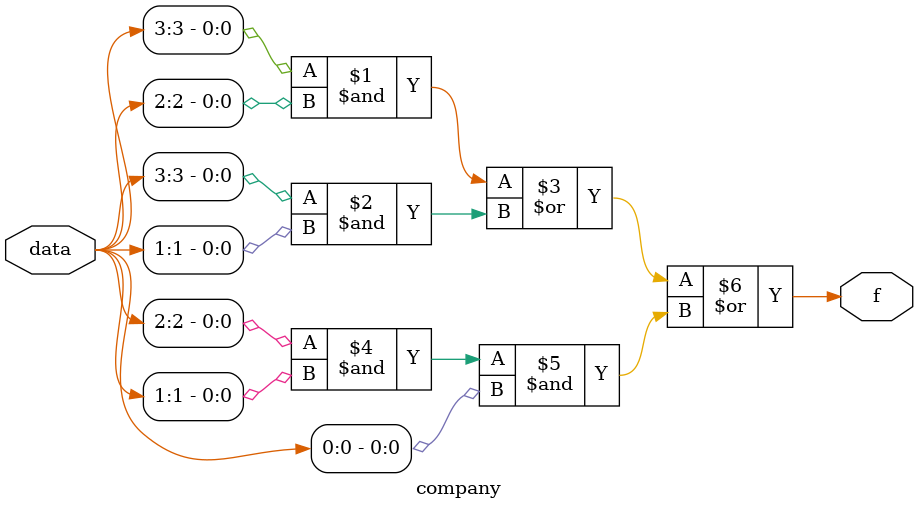
<source format=v>
module company(data,f);
    input [3:0]data;
    output f;
    // //structural modelling
    // wire ab,ac,acd;
    // and(ab,data[3],data[2]);
    // and(ac,data[3],data[1]);
    // and(acd,data[2],data[1],data[0]);
    // or(f,ab,ac,acd);
    //dataflow
    assign f=(data[3]&data[2])|(data[3]&data[1])|(data[2]&data[1]&data[0]);
endmodule

</source>
